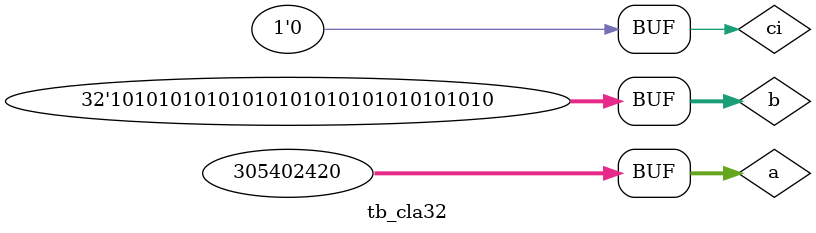
<source format=v>
`timescale 1ns/100ps
module tb_cla32;
	reg [31:0] a,b;
	reg ci;
	wire [31:0] s;
	wire co;

	cla32 cla32(a,b,ci,s,co);
	
	initial begin
	a = 32'h0000_0000; b = 32'hefff_ffff; ci = 1'b1;
	#10; b = 32'hffff_ffff;
	#10; ci = 1'b0;
	#10; a = 32'h1234_1234; b = 32'haaaa_aaaa;
	end
endmodule
</source>
